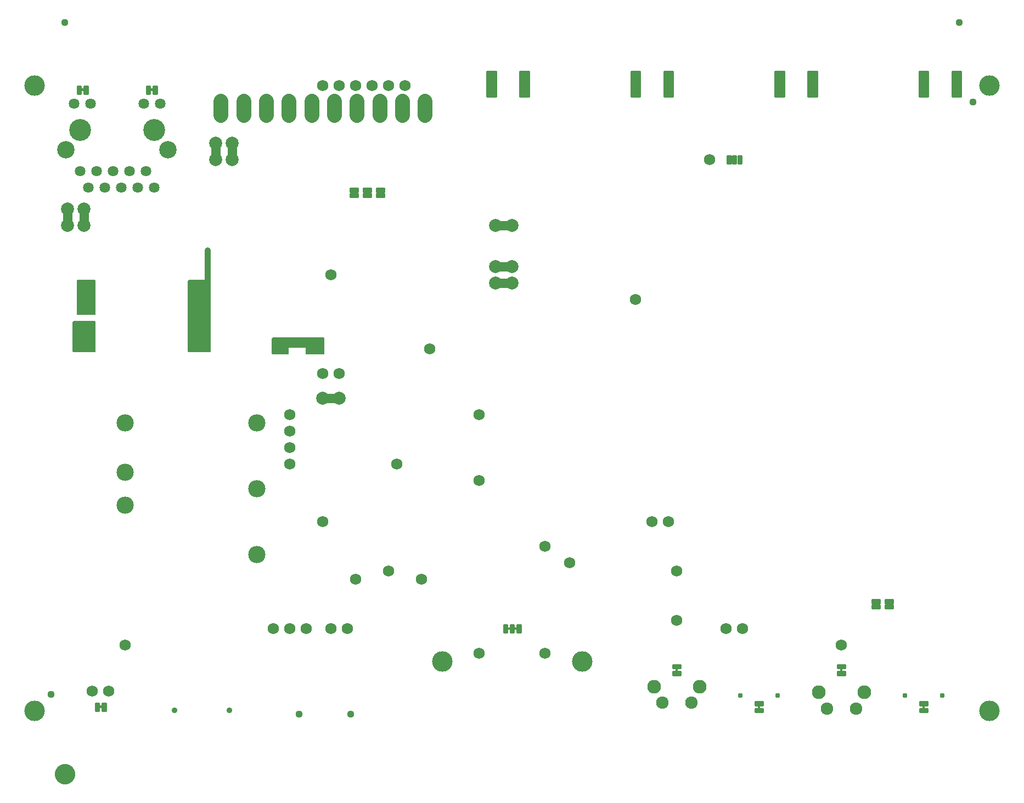
<source format=gbs>
G04 EAGLE Gerber RS-274X export*
G75*
%MOMM*%
%FSLAX34Y34*%
%LPD*%
%INSoldermask Bottom*%
%IPPOS*%
%AMOC8*
5,1,8,0,0,1.08239X$1,22.5*%
G01*
%ADD10C,0.965200*%
%ADD11C,1.127000*%
%ADD12C,3.175000*%
%ADD13C,0.777000*%
%ADD14C,0.228344*%
%ADD15C,1.727000*%
%ADD16C,0.227778*%
%ADD17C,3.377000*%
%ADD18C,2.677000*%
%ADD19C,1.627000*%
%ADD20C,0.228600*%
%ADD21C,2.006600*%
%ADD22C,1.927000*%
%ADD23C,2.127000*%
%ADD24C,2.327000*%
%ADD25C,0.877000*%
%ADD26C,2.667000*%
%ADD27C,1.270000*%

G36*
X292793Y579383D02*
X292793Y579383D01*
X292851Y579381D01*
X292933Y579403D01*
X293017Y579415D01*
X293070Y579439D01*
X293126Y579453D01*
X293199Y579496D01*
X293276Y579531D01*
X293321Y579569D01*
X293371Y579599D01*
X293429Y579660D01*
X293493Y579715D01*
X293525Y579763D01*
X293565Y579806D01*
X293604Y579881D01*
X293651Y579951D01*
X293668Y580007D01*
X293695Y580059D01*
X293706Y580127D01*
X293736Y580222D01*
X293739Y580322D01*
X293750Y580390D01*
X293750Y689610D01*
X293742Y689668D01*
X293744Y689726D01*
X293722Y689808D01*
X293710Y689892D01*
X293687Y689945D01*
X293672Y690001D01*
X293629Y690074D01*
X293594Y690151D01*
X293556Y690196D01*
X293527Y690246D01*
X293465Y690304D01*
X293411Y690368D01*
X293362Y690400D01*
X293319Y690440D01*
X293244Y690479D01*
X293174Y690526D01*
X293118Y690543D01*
X293066Y690570D01*
X292998Y690581D01*
X292903Y690611D01*
X292803Y690614D01*
X292735Y690625D01*
X259715Y690625D01*
X259657Y690617D01*
X259599Y690619D01*
X259517Y690597D01*
X259434Y690585D01*
X259380Y690562D01*
X259324Y690547D01*
X259251Y690504D01*
X259174Y690469D01*
X259129Y690431D01*
X259079Y690402D01*
X259021Y690340D01*
X258957Y690286D01*
X258925Y690237D01*
X258885Y690194D01*
X258846Y690119D01*
X258800Y690049D01*
X258782Y689993D01*
X258755Y689941D01*
X258744Y689873D01*
X258714Y689778D01*
X258711Y689678D01*
X258700Y689610D01*
X258700Y580390D01*
X258708Y580332D01*
X258706Y580274D01*
X258728Y580192D01*
X258740Y580109D01*
X258764Y580055D01*
X258778Y579999D01*
X258821Y579926D01*
X258856Y579849D01*
X258894Y579804D01*
X258924Y579754D01*
X258985Y579696D01*
X259040Y579632D01*
X259088Y579600D01*
X259131Y579560D01*
X259206Y579521D01*
X259276Y579475D01*
X259332Y579457D01*
X259384Y579430D01*
X259452Y579419D01*
X259547Y579389D01*
X259647Y579386D01*
X259715Y579375D01*
X292735Y579375D01*
X292793Y579383D01*
G37*
G36*
X413443Y575573D02*
X413443Y575573D01*
X413501Y575571D01*
X413583Y575593D01*
X413667Y575605D01*
X413720Y575629D01*
X413776Y575643D01*
X413849Y575686D01*
X413926Y575721D01*
X413971Y575759D01*
X414021Y575789D01*
X414079Y575850D01*
X414143Y575905D01*
X414175Y575953D01*
X414215Y575996D01*
X414254Y576071D01*
X414301Y576141D01*
X414318Y576197D01*
X414345Y576249D01*
X414356Y576317D01*
X414386Y576412D01*
X414389Y576512D01*
X414400Y576580D01*
X414400Y585725D01*
X440310Y585725D01*
X440310Y576580D01*
X440318Y576522D01*
X440316Y576464D01*
X440338Y576382D01*
X440350Y576299D01*
X440374Y576245D01*
X440388Y576189D01*
X440431Y576116D01*
X440466Y576039D01*
X440504Y575994D01*
X440534Y575944D01*
X440595Y575886D01*
X440650Y575822D01*
X440698Y575790D01*
X440741Y575750D01*
X440816Y575711D01*
X440886Y575665D01*
X440942Y575647D01*
X440994Y575620D01*
X441062Y575609D01*
X441157Y575579D01*
X441257Y575576D01*
X441325Y575565D01*
X467995Y575565D01*
X468053Y575573D01*
X468111Y575571D01*
X468193Y575593D01*
X468277Y575605D01*
X468330Y575629D01*
X468386Y575643D01*
X468459Y575686D01*
X468536Y575721D01*
X468581Y575759D01*
X468631Y575789D01*
X468689Y575850D01*
X468753Y575905D01*
X468785Y575953D01*
X468825Y575996D01*
X468864Y576071D01*
X468911Y576141D01*
X468928Y576197D01*
X468955Y576249D01*
X468966Y576317D01*
X468996Y576412D01*
X468999Y576512D01*
X469010Y576580D01*
X469010Y600710D01*
X469002Y600768D01*
X469004Y600826D01*
X468982Y600908D01*
X468970Y600992D01*
X468947Y601045D01*
X468932Y601101D01*
X468889Y601174D01*
X468854Y601251D01*
X468816Y601296D01*
X468787Y601346D01*
X468725Y601404D01*
X468671Y601468D01*
X468622Y601500D01*
X468579Y601540D01*
X468504Y601579D01*
X468434Y601626D01*
X468378Y601643D01*
X468326Y601670D01*
X468258Y601681D01*
X468163Y601711D01*
X468063Y601714D01*
X467995Y601725D01*
X389255Y601725D01*
X389197Y601717D01*
X389139Y601719D01*
X389057Y601697D01*
X388974Y601685D01*
X388920Y601662D01*
X388864Y601647D01*
X388791Y601604D01*
X388714Y601569D01*
X388669Y601531D01*
X388619Y601502D01*
X388561Y601440D01*
X388497Y601386D01*
X388465Y601337D01*
X388425Y601294D01*
X388386Y601219D01*
X388340Y601149D01*
X388322Y601093D01*
X388295Y601041D01*
X388284Y600973D01*
X388254Y600878D01*
X388251Y600778D01*
X388240Y600710D01*
X388240Y576580D01*
X388248Y576522D01*
X388246Y576464D01*
X388268Y576382D01*
X388280Y576299D01*
X388304Y576245D01*
X388318Y576189D01*
X388361Y576116D01*
X388396Y576039D01*
X388434Y575994D01*
X388464Y575944D01*
X388525Y575886D01*
X388580Y575822D01*
X388628Y575790D01*
X388671Y575750D01*
X388746Y575711D01*
X388816Y575665D01*
X388872Y575647D01*
X388924Y575620D01*
X388992Y575609D01*
X389087Y575579D01*
X389187Y575576D01*
X389255Y575565D01*
X413385Y575565D01*
X413443Y575573D01*
G37*
G36*
X114993Y579383D02*
X114993Y579383D01*
X115051Y579381D01*
X115133Y579403D01*
X115217Y579415D01*
X115270Y579439D01*
X115326Y579453D01*
X115399Y579496D01*
X115476Y579531D01*
X115521Y579569D01*
X115571Y579599D01*
X115629Y579660D01*
X115693Y579715D01*
X115725Y579763D01*
X115765Y579806D01*
X115804Y579881D01*
X115851Y579951D01*
X115868Y580007D01*
X115895Y580059D01*
X115906Y580127D01*
X115936Y580222D01*
X115939Y580322D01*
X115950Y580390D01*
X115950Y626110D01*
X115943Y626163D01*
X115944Y626193D01*
X115943Y626196D01*
X115944Y626226D01*
X115922Y626308D01*
X115910Y626392D01*
X115887Y626445D01*
X115872Y626501D01*
X115829Y626574D01*
X115794Y626651D01*
X115756Y626696D01*
X115727Y626746D01*
X115665Y626804D01*
X115611Y626868D01*
X115562Y626900D01*
X115519Y626940D01*
X115444Y626979D01*
X115374Y627026D01*
X115318Y627043D01*
X115266Y627070D01*
X115198Y627081D01*
X115103Y627111D01*
X115003Y627114D01*
X114935Y627125D01*
X81915Y627125D01*
X81857Y627117D01*
X81799Y627119D01*
X81717Y627097D01*
X81634Y627085D01*
X81580Y627062D01*
X81524Y627047D01*
X81451Y627004D01*
X81374Y626969D01*
X81329Y626931D01*
X81279Y626902D01*
X81221Y626840D01*
X81157Y626786D01*
X81125Y626737D01*
X81085Y626694D01*
X81046Y626619D01*
X81000Y626549D01*
X80982Y626493D01*
X80955Y626441D01*
X80944Y626373D01*
X80914Y626278D01*
X80911Y626178D01*
X80900Y626110D01*
X80900Y580390D01*
X80908Y580332D01*
X80906Y580274D01*
X80928Y580192D01*
X80940Y580109D01*
X80964Y580055D01*
X80978Y579999D01*
X81021Y579926D01*
X81056Y579849D01*
X81094Y579804D01*
X81124Y579754D01*
X81185Y579696D01*
X81240Y579632D01*
X81288Y579600D01*
X81331Y579560D01*
X81406Y579521D01*
X81476Y579475D01*
X81532Y579457D01*
X81584Y579430D01*
X81652Y579419D01*
X81747Y579389D01*
X81847Y579386D01*
X81915Y579375D01*
X114935Y579375D01*
X114993Y579383D01*
G37*
G36*
X114993Y636533D02*
X114993Y636533D01*
X115051Y636531D01*
X115133Y636553D01*
X115217Y636565D01*
X115270Y636589D01*
X115326Y636603D01*
X115399Y636646D01*
X115476Y636681D01*
X115521Y636719D01*
X115571Y636749D01*
X115629Y636810D01*
X115693Y636865D01*
X115725Y636913D01*
X115765Y636956D01*
X115804Y637031D01*
X115851Y637101D01*
X115868Y637157D01*
X115895Y637209D01*
X115906Y637277D01*
X115936Y637372D01*
X115939Y637472D01*
X115950Y637540D01*
X115950Y689610D01*
X115942Y689668D01*
X115944Y689726D01*
X115922Y689808D01*
X115910Y689892D01*
X115887Y689945D01*
X115872Y690001D01*
X115829Y690074D01*
X115794Y690151D01*
X115756Y690196D01*
X115727Y690246D01*
X115665Y690304D01*
X115611Y690368D01*
X115562Y690400D01*
X115519Y690440D01*
X115444Y690479D01*
X115374Y690526D01*
X115318Y690543D01*
X115266Y690570D01*
X115198Y690581D01*
X115103Y690611D01*
X115003Y690614D01*
X114935Y690625D01*
X88265Y690625D01*
X88207Y690617D01*
X88149Y690619D01*
X88067Y690597D01*
X87984Y690585D01*
X87930Y690562D01*
X87874Y690547D01*
X87801Y690504D01*
X87724Y690469D01*
X87679Y690431D01*
X87629Y690402D01*
X87571Y690340D01*
X87507Y690286D01*
X87475Y690237D01*
X87435Y690194D01*
X87396Y690119D01*
X87350Y690049D01*
X87332Y689993D01*
X87305Y689941D01*
X87294Y689873D01*
X87264Y689778D01*
X87261Y689678D01*
X87250Y689610D01*
X87250Y637540D01*
X87258Y637482D01*
X87256Y637424D01*
X87278Y637342D01*
X87290Y637259D01*
X87314Y637205D01*
X87328Y637149D01*
X87371Y637076D01*
X87406Y636999D01*
X87444Y636954D01*
X87474Y636904D01*
X87535Y636846D01*
X87590Y636782D01*
X87638Y636750D01*
X87681Y636710D01*
X87756Y636671D01*
X87826Y636625D01*
X87882Y636607D01*
X87934Y636580D01*
X88002Y636569D01*
X88097Y636539D01*
X88197Y636536D01*
X88265Y636525D01*
X114935Y636525D01*
X114993Y636533D01*
G37*
G36*
X333694Y886472D02*
X333694Y886472D01*
X333760Y886474D01*
X333803Y886492D01*
X333850Y886500D01*
X333907Y886534D01*
X333967Y886559D01*
X334002Y886590D01*
X334043Y886615D01*
X334085Y886666D01*
X334133Y886710D01*
X334155Y886752D01*
X334184Y886789D01*
X334205Y886851D01*
X334236Y886910D01*
X334244Y886964D01*
X334256Y887001D01*
X334255Y887041D01*
X334263Y887095D01*
X334263Y890905D01*
X334252Y890970D01*
X334250Y891036D01*
X334232Y891079D01*
X334224Y891126D01*
X334190Y891183D01*
X334165Y891243D01*
X334134Y891278D01*
X334109Y891319D01*
X334058Y891361D01*
X334014Y891409D01*
X333972Y891431D01*
X333935Y891460D01*
X333873Y891481D01*
X333814Y891512D01*
X333760Y891520D01*
X333723Y891532D01*
X333683Y891531D01*
X333629Y891539D01*
X320421Y891539D01*
X320356Y891528D01*
X320290Y891526D01*
X320247Y891508D01*
X320200Y891500D01*
X320143Y891466D01*
X320083Y891441D01*
X320048Y891410D01*
X320007Y891385D01*
X319966Y891334D01*
X319917Y891290D01*
X319895Y891248D01*
X319866Y891211D01*
X319845Y891149D01*
X319814Y891090D01*
X319806Y891036D01*
X319794Y890999D01*
X319794Y890995D01*
X319794Y890994D01*
X319795Y890959D01*
X319787Y890905D01*
X319787Y887095D01*
X319798Y887030D01*
X319800Y886964D01*
X319818Y886921D01*
X319826Y886874D01*
X319860Y886817D01*
X319885Y886757D01*
X319916Y886722D01*
X319941Y886681D01*
X319992Y886640D01*
X320036Y886591D01*
X320078Y886569D01*
X320115Y886540D01*
X320177Y886519D01*
X320236Y886488D01*
X320290Y886480D01*
X320327Y886468D01*
X320367Y886469D01*
X320421Y886461D01*
X333629Y886461D01*
X333694Y886472D01*
G37*
G36*
X308294Y886472D02*
X308294Y886472D01*
X308360Y886474D01*
X308403Y886492D01*
X308450Y886500D01*
X308507Y886534D01*
X308567Y886559D01*
X308602Y886590D01*
X308643Y886615D01*
X308685Y886666D01*
X308733Y886710D01*
X308755Y886752D01*
X308784Y886789D01*
X308805Y886851D01*
X308836Y886910D01*
X308844Y886964D01*
X308856Y887001D01*
X308855Y887041D01*
X308863Y887095D01*
X308863Y890905D01*
X308852Y890970D01*
X308850Y891036D01*
X308832Y891079D01*
X308824Y891126D01*
X308790Y891183D01*
X308765Y891243D01*
X308734Y891278D01*
X308709Y891319D01*
X308658Y891361D01*
X308614Y891409D01*
X308572Y891431D01*
X308535Y891460D01*
X308473Y891481D01*
X308414Y891512D01*
X308360Y891520D01*
X308323Y891532D01*
X308283Y891531D01*
X308229Y891539D01*
X295021Y891539D01*
X294956Y891528D01*
X294890Y891526D01*
X294847Y891508D01*
X294800Y891500D01*
X294743Y891466D01*
X294683Y891441D01*
X294648Y891410D01*
X294607Y891385D01*
X294566Y891334D01*
X294517Y891290D01*
X294495Y891248D01*
X294466Y891211D01*
X294445Y891149D01*
X294414Y891090D01*
X294406Y891036D01*
X294394Y890999D01*
X294394Y890995D01*
X294394Y890994D01*
X294395Y890959D01*
X294387Y890905D01*
X294387Y887095D01*
X294398Y887030D01*
X294400Y886964D01*
X294418Y886921D01*
X294426Y886874D01*
X294460Y886817D01*
X294485Y886757D01*
X294516Y886722D01*
X294541Y886681D01*
X294592Y886640D01*
X294636Y886591D01*
X294678Y886569D01*
X294715Y886540D01*
X294777Y886519D01*
X294836Y886488D01*
X294890Y886480D01*
X294927Y886468D01*
X294967Y886469D01*
X295021Y886461D01*
X308229Y886461D01*
X308294Y886472D01*
G37*
G36*
X105094Y784872D02*
X105094Y784872D01*
X105160Y784874D01*
X105203Y784892D01*
X105250Y784900D01*
X105307Y784934D01*
X105367Y784959D01*
X105402Y784990D01*
X105443Y785015D01*
X105485Y785066D01*
X105533Y785110D01*
X105555Y785152D01*
X105584Y785189D01*
X105605Y785251D01*
X105636Y785310D01*
X105644Y785364D01*
X105656Y785401D01*
X105655Y785441D01*
X105663Y785495D01*
X105663Y789305D01*
X105652Y789370D01*
X105650Y789436D01*
X105632Y789479D01*
X105624Y789526D01*
X105590Y789583D01*
X105565Y789643D01*
X105534Y789678D01*
X105509Y789719D01*
X105458Y789761D01*
X105414Y789809D01*
X105372Y789831D01*
X105335Y789860D01*
X105273Y789881D01*
X105214Y789912D01*
X105160Y789920D01*
X105123Y789932D01*
X105083Y789931D01*
X105029Y789939D01*
X91821Y789939D01*
X91756Y789928D01*
X91690Y789926D01*
X91647Y789908D01*
X91600Y789900D01*
X91543Y789866D01*
X91483Y789841D01*
X91448Y789810D01*
X91407Y789785D01*
X91366Y789734D01*
X91317Y789690D01*
X91295Y789648D01*
X91266Y789611D01*
X91245Y789549D01*
X91214Y789490D01*
X91206Y789436D01*
X91194Y789399D01*
X91194Y789395D01*
X91194Y789394D01*
X91195Y789359D01*
X91187Y789305D01*
X91187Y785495D01*
X91198Y785430D01*
X91200Y785364D01*
X91218Y785321D01*
X91226Y785274D01*
X91260Y785217D01*
X91285Y785157D01*
X91316Y785122D01*
X91341Y785081D01*
X91392Y785040D01*
X91436Y784991D01*
X91478Y784969D01*
X91515Y784940D01*
X91577Y784919D01*
X91636Y784888D01*
X91690Y784880D01*
X91727Y784868D01*
X91767Y784869D01*
X91821Y784861D01*
X105029Y784861D01*
X105094Y784872D01*
G37*
G36*
X79694Y784872D02*
X79694Y784872D01*
X79760Y784874D01*
X79803Y784892D01*
X79850Y784900D01*
X79907Y784934D01*
X79967Y784959D01*
X80002Y784990D01*
X80043Y785015D01*
X80085Y785066D01*
X80133Y785110D01*
X80155Y785152D01*
X80184Y785189D01*
X80205Y785251D01*
X80236Y785310D01*
X80244Y785364D01*
X80256Y785401D01*
X80255Y785441D01*
X80263Y785495D01*
X80263Y789305D01*
X80252Y789370D01*
X80250Y789436D01*
X80232Y789479D01*
X80224Y789526D01*
X80190Y789583D01*
X80165Y789643D01*
X80134Y789678D01*
X80109Y789719D01*
X80058Y789761D01*
X80014Y789809D01*
X79972Y789831D01*
X79935Y789860D01*
X79873Y789881D01*
X79814Y789912D01*
X79760Y789920D01*
X79723Y789932D01*
X79683Y789931D01*
X79629Y789939D01*
X66421Y789939D01*
X66356Y789928D01*
X66290Y789926D01*
X66247Y789908D01*
X66200Y789900D01*
X66143Y789866D01*
X66083Y789841D01*
X66048Y789810D01*
X66007Y789785D01*
X65966Y789734D01*
X65917Y789690D01*
X65895Y789648D01*
X65866Y789611D01*
X65845Y789549D01*
X65814Y789490D01*
X65806Y789436D01*
X65794Y789399D01*
X65794Y789395D01*
X65794Y789394D01*
X65795Y789359D01*
X65787Y789305D01*
X65787Y785495D01*
X65798Y785430D01*
X65800Y785364D01*
X65818Y785321D01*
X65826Y785274D01*
X65860Y785217D01*
X65885Y785157D01*
X65916Y785122D01*
X65941Y785081D01*
X65992Y785040D01*
X66036Y784991D01*
X66078Y784969D01*
X66115Y784940D01*
X66177Y784919D01*
X66236Y784888D01*
X66290Y784880D01*
X66327Y784868D01*
X66367Y784869D01*
X66421Y784861D01*
X79629Y784861D01*
X79694Y784872D01*
G37*
G36*
X748095Y767473D02*
X748095Y767473D01*
X748161Y767475D01*
X748204Y767493D01*
X748251Y767501D01*
X748308Y767535D01*
X748368Y767560D01*
X748403Y767591D01*
X748444Y767616D01*
X748486Y767667D01*
X748534Y767711D01*
X748556Y767753D01*
X748585Y767790D01*
X748606Y767852D01*
X748637Y767911D01*
X748645Y767965D01*
X748657Y768002D01*
X748656Y768042D01*
X748664Y768096D01*
X748664Y781304D01*
X748653Y781369D01*
X748651Y781435D01*
X748633Y781478D01*
X748625Y781525D01*
X748591Y781582D01*
X748566Y781642D01*
X748535Y781677D01*
X748510Y781718D01*
X748459Y781760D01*
X748415Y781808D01*
X748373Y781830D01*
X748336Y781859D01*
X748274Y781880D01*
X748215Y781911D01*
X748161Y781919D01*
X748124Y781931D01*
X748084Y781930D01*
X748030Y781938D01*
X744220Y781938D01*
X744155Y781927D01*
X744089Y781925D01*
X744046Y781907D01*
X743999Y781899D01*
X743942Y781865D01*
X743882Y781840D01*
X743847Y781809D01*
X743806Y781784D01*
X743765Y781733D01*
X743716Y781689D01*
X743694Y781647D01*
X743665Y781610D01*
X743644Y781548D01*
X743613Y781489D01*
X743605Y781435D01*
X743593Y781398D01*
X743594Y781358D01*
X743586Y781304D01*
X743586Y768096D01*
X743597Y768031D01*
X743599Y767965D01*
X743617Y767922D01*
X743625Y767875D01*
X743659Y767818D01*
X743684Y767758D01*
X743715Y767723D01*
X743740Y767682D01*
X743791Y767641D01*
X743835Y767592D01*
X743877Y767570D01*
X743914Y767541D01*
X743976Y767520D01*
X744035Y767489D01*
X744089Y767481D01*
X744126Y767469D01*
X744166Y767470D01*
X744220Y767462D01*
X748030Y767462D01*
X748095Y767473D01*
G37*
G36*
X748095Y703973D02*
X748095Y703973D01*
X748161Y703975D01*
X748204Y703993D01*
X748251Y704001D01*
X748308Y704035D01*
X748368Y704060D01*
X748403Y704091D01*
X748444Y704116D01*
X748486Y704167D01*
X748534Y704211D01*
X748556Y704253D01*
X748585Y704290D01*
X748606Y704352D01*
X748637Y704411D01*
X748645Y704465D01*
X748657Y704502D01*
X748656Y704542D01*
X748664Y704596D01*
X748664Y717804D01*
X748653Y717869D01*
X748651Y717935D01*
X748633Y717978D01*
X748625Y718025D01*
X748591Y718082D01*
X748566Y718142D01*
X748535Y718177D01*
X748510Y718218D01*
X748459Y718260D01*
X748415Y718308D01*
X748373Y718330D01*
X748336Y718359D01*
X748274Y718380D01*
X748215Y718411D01*
X748161Y718419D01*
X748124Y718431D01*
X748084Y718430D01*
X748030Y718438D01*
X744220Y718438D01*
X744155Y718427D01*
X744089Y718425D01*
X744046Y718407D01*
X743999Y718399D01*
X743942Y718365D01*
X743882Y718340D01*
X743847Y718309D01*
X743806Y718284D01*
X743765Y718233D01*
X743716Y718189D01*
X743694Y718147D01*
X743665Y718110D01*
X743644Y718048D01*
X743613Y717989D01*
X743605Y717935D01*
X743593Y717898D01*
X743594Y717858D01*
X743586Y717804D01*
X743586Y704596D01*
X743597Y704531D01*
X743599Y704465D01*
X743617Y704422D01*
X743625Y704375D01*
X743659Y704318D01*
X743684Y704258D01*
X743715Y704223D01*
X743740Y704182D01*
X743791Y704141D01*
X743835Y704092D01*
X743877Y704070D01*
X743914Y704041D01*
X743976Y704020D01*
X744035Y703989D01*
X744089Y703981D01*
X744126Y703969D01*
X744166Y703970D01*
X744220Y703962D01*
X748030Y703962D01*
X748095Y703973D01*
G37*
G36*
X748095Y678573D02*
X748095Y678573D01*
X748161Y678575D01*
X748204Y678593D01*
X748251Y678601D01*
X748308Y678635D01*
X748368Y678660D01*
X748403Y678691D01*
X748444Y678716D01*
X748486Y678767D01*
X748534Y678811D01*
X748556Y678853D01*
X748585Y678890D01*
X748606Y678952D01*
X748637Y679011D01*
X748645Y679065D01*
X748657Y679102D01*
X748656Y679142D01*
X748664Y679196D01*
X748664Y692404D01*
X748653Y692469D01*
X748651Y692535D01*
X748633Y692578D01*
X748625Y692625D01*
X748591Y692682D01*
X748566Y692742D01*
X748535Y692777D01*
X748510Y692818D01*
X748459Y692860D01*
X748415Y692908D01*
X748373Y692930D01*
X748336Y692959D01*
X748274Y692980D01*
X748215Y693011D01*
X748161Y693019D01*
X748124Y693031D01*
X748084Y693030D01*
X748030Y693038D01*
X744220Y693038D01*
X744155Y693027D01*
X744089Y693025D01*
X744046Y693007D01*
X743999Y692999D01*
X743942Y692965D01*
X743882Y692940D01*
X743847Y692909D01*
X743806Y692884D01*
X743765Y692833D01*
X743716Y692789D01*
X743694Y692747D01*
X743665Y692710D01*
X743644Y692648D01*
X743613Y692589D01*
X743605Y692535D01*
X743593Y692498D01*
X743594Y692458D01*
X743586Y692404D01*
X743586Y679196D01*
X743597Y679131D01*
X743599Y679065D01*
X743617Y679022D01*
X743625Y678975D01*
X743659Y678918D01*
X743684Y678858D01*
X743715Y678823D01*
X743740Y678782D01*
X743791Y678741D01*
X743835Y678692D01*
X743877Y678670D01*
X743914Y678641D01*
X743976Y678620D01*
X744035Y678589D01*
X744089Y678581D01*
X744126Y678569D01*
X744166Y678570D01*
X744220Y678562D01*
X748030Y678562D01*
X748095Y678573D01*
G37*
G36*
X481395Y500773D02*
X481395Y500773D01*
X481461Y500775D01*
X481504Y500793D01*
X481551Y500801D01*
X481608Y500835D01*
X481668Y500860D01*
X481703Y500891D01*
X481744Y500916D01*
X481786Y500967D01*
X481834Y501011D01*
X481856Y501053D01*
X481885Y501090D01*
X481906Y501152D01*
X481937Y501211D01*
X481945Y501265D01*
X481957Y501302D01*
X481956Y501342D01*
X481964Y501396D01*
X481964Y514604D01*
X481953Y514669D01*
X481951Y514735D01*
X481933Y514778D01*
X481925Y514825D01*
X481891Y514882D01*
X481866Y514942D01*
X481835Y514977D01*
X481810Y515018D01*
X481759Y515060D01*
X481715Y515108D01*
X481673Y515130D01*
X481636Y515159D01*
X481574Y515180D01*
X481515Y515211D01*
X481461Y515219D01*
X481424Y515231D01*
X481384Y515230D01*
X481330Y515238D01*
X477520Y515238D01*
X477455Y515227D01*
X477389Y515225D01*
X477346Y515207D01*
X477299Y515199D01*
X477242Y515165D01*
X477182Y515140D01*
X477147Y515109D01*
X477106Y515084D01*
X477065Y515033D01*
X477016Y514989D01*
X476994Y514947D01*
X476965Y514910D01*
X476944Y514848D01*
X476913Y514789D01*
X476905Y514735D01*
X476893Y514698D01*
X476894Y514658D01*
X476886Y514604D01*
X476886Y501396D01*
X476897Y501331D01*
X476899Y501265D01*
X476917Y501222D01*
X476925Y501175D01*
X476959Y501118D01*
X476984Y501058D01*
X477015Y501023D01*
X477040Y500982D01*
X477091Y500941D01*
X477135Y500892D01*
X477177Y500870D01*
X477214Y500841D01*
X477276Y500820D01*
X477335Y500789D01*
X477389Y500781D01*
X477426Y500769D01*
X477466Y500770D01*
X477520Y500762D01*
X481330Y500762D01*
X481395Y500773D01*
G37*
G36*
X1268160Y86372D02*
X1268160Y86372D01*
X1268226Y86374D01*
X1268269Y86392D01*
X1268316Y86400D01*
X1268373Y86434D01*
X1268433Y86459D01*
X1268468Y86490D01*
X1268509Y86515D01*
X1268551Y86566D01*
X1268599Y86610D01*
X1268621Y86652D01*
X1268650Y86689D01*
X1268671Y86751D01*
X1268702Y86810D01*
X1268710Y86864D01*
X1268722Y86901D01*
X1268721Y86941D01*
X1268729Y86995D01*
X1268729Y90805D01*
X1268718Y90870D01*
X1268716Y90936D01*
X1268698Y90979D01*
X1268690Y91026D01*
X1268656Y91083D01*
X1268631Y91143D01*
X1268600Y91178D01*
X1268575Y91219D01*
X1268524Y91261D01*
X1268480Y91309D01*
X1268438Y91331D01*
X1268401Y91360D01*
X1268339Y91381D01*
X1268280Y91412D01*
X1268226Y91420D01*
X1268189Y91432D01*
X1268149Y91431D01*
X1268095Y91439D01*
X1265555Y91439D01*
X1265490Y91428D01*
X1265424Y91426D01*
X1265381Y91408D01*
X1265334Y91400D01*
X1265277Y91366D01*
X1265217Y91341D01*
X1265182Y91310D01*
X1265141Y91285D01*
X1265100Y91234D01*
X1265051Y91190D01*
X1265029Y91148D01*
X1265000Y91111D01*
X1264979Y91049D01*
X1264948Y90990D01*
X1264940Y90936D01*
X1264928Y90899D01*
X1264928Y90895D01*
X1264928Y90894D01*
X1264929Y90859D01*
X1264921Y90805D01*
X1264921Y86995D01*
X1264932Y86930D01*
X1264934Y86864D01*
X1264952Y86821D01*
X1264960Y86774D01*
X1264994Y86717D01*
X1265019Y86657D01*
X1265050Y86622D01*
X1265075Y86581D01*
X1265126Y86540D01*
X1265170Y86491D01*
X1265212Y86469D01*
X1265249Y86440D01*
X1265311Y86419D01*
X1265370Y86388D01*
X1265424Y86380D01*
X1265461Y86368D01*
X1265501Y86369D01*
X1265555Y86361D01*
X1268095Y86361D01*
X1268160Y86372D01*
G37*
G36*
X1014160Y86372D02*
X1014160Y86372D01*
X1014226Y86374D01*
X1014269Y86392D01*
X1014316Y86400D01*
X1014373Y86434D01*
X1014433Y86459D01*
X1014468Y86490D01*
X1014509Y86515D01*
X1014551Y86566D01*
X1014599Y86610D01*
X1014621Y86652D01*
X1014650Y86689D01*
X1014671Y86751D01*
X1014702Y86810D01*
X1014710Y86864D01*
X1014722Y86901D01*
X1014721Y86941D01*
X1014729Y86995D01*
X1014729Y90805D01*
X1014718Y90870D01*
X1014716Y90936D01*
X1014698Y90979D01*
X1014690Y91026D01*
X1014656Y91083D01*
X1014631Y91143D01*
X1014600Y91178D01*
X1014575Y91219D01*
X1014524Y91261D01*
X1014480Y91309D01*
X1014438Y91331D01*
X1014401Y91360D01*
X1014339Y91381D01*
X1014280Y91412D01*
X1014226Y91420D01*
X1014189Y91432D01*
X1014149Y91431D01*
X1014095Y91439D01*
X1011555Y91439D01*
X1011490Y91428D01*
X1011424Y91426D01*
X1011381Y91408D01*
X1011334Y91400D01*
X1011277Y91366D01*
X1011217Y91341D01*
X1011182Y91310D01*
X1011141Y91285D01*
X1011100Y91234D01*
X1011051Y91190D01*
X1011029Y91148D01*
X1011000Y91111D01*
X1010979Y91049D01*
X1010948Y90990D01*
X1010940Y90936D01*
X1010928Y90899D01*
X1010928Y90895D01*
X1010928Y90894D01*
X1010929Y90859D01*
X1010921Y90805D01*
X1010921Y86995D01*
X1010932Y86930D01*
X1010934Y86864D01*
X1010952Y86821D01*
X1010960Y86774D01*
X1010994Y86717D01*
X1011019Y86657D01*
X1011050Y86622D01*
X1011075Y86581D01*
X1011126Y86540D01*
X1011170Y86491D01*
X1011212Y86469D01*
X1011249Y86440D01*
X1011311Y86419D01*
X1011370Y86388D01*
X1011424Y86380D01*
X1011461Y86368D01*
X1011501Y86369D01*
X1011555Y86361D01*
X1014095Y86361D01*
X1014160Y86372D01*
G37*
G36*
X1395160Y29222D02*
X1395160Y29222D01*
X1395226Y29224D01*
X1395269Y29242D01*
X1395316Y29250D01*
X1395373Y29284D01*
X1395433Y29309D01*
X1395468Y29340D01*
X1395509Y29365D01*
X1395551Y29416D01*
X1395599Y29460D01*
X1395621Y29502D01*
X1395650Y29539D01*
X1395671Y29601D01*
X1395702Y29660D01*
X1395710Y29714D01*
X1395722Y29751D01*
X1395721Y29791D01*
X1395729Y29845D01*
X1395729Y33655D01*
X1395718Y33720D01*
X1395716Y33786D01*
X1395698Y33829D01*
X1395690Y33876D01*
X1395656Y33933D01*
X1395631Y33993D01*
X1395600Y34028D01*
X1395575Y34069D01*
X1395524Y34111D01*
X1395480Y34159D01*
X1395438Y34181D01*
X1395401Y34210D01*
X1395339Y34231D01*
X1395280Y34262D01*
X1395226Y34270D01*
X1395189Y34282D01*
X1395149Y34281D01*
X1395095Y34289D01*
X1392555Y34289D01*
X1392490Y34278D01*
X1392424Y34276D01*
X1392381Y34258D01*
X1392334Y34250D01*
X1392277Y34216D01*
X1392217Y34191D01*
X1392182Y34160D01*
X1392141Y34135D01*
X1392100Y34084D01*
X1392051Y34040D01*
X1392029Y33998D01*
X1392000Y33961D01*
X1391979Y33899D01*
X1391948Y33840D01*
X1391940Y33786D01*
X1391928Y33749D01*
X1391928Y33745D01*
X1391928Y33744D01*
X1391929Y33709D01*
X1391921Y33655D01*
X1391921Y29845D01*
X1391932Y29780D01*
X1391934Y29714D01*
X1391952Y29671D01*
X1391960Y29624D01*
X1391994Y29567D01*
X1392019Y29507D01*
X1392050Y29472D01*
X1392075Y29431D01*
X1392126Y29390D01*
X1392170Y29341D01*
X1392212Y29319D01*
X1392249Y29290D01*
X1392311Y29269D01*
X1392370Y29238D01*
X1392424Y29230D01*
X1392461Y29218D01*
X1392501Y29219D01*
X1392555Y29211D01*
X1395095Y29211D01*
X1395160Y29222D01*
G37*
G36*
X1141160Y29222D02*
X1141160Y29222D01*
X1141226Y29224D01*
X1141269Y29242D01*
X1141316Y29250D01*
X1141373Y29284D01*
X1141433Y29309D01*
X1141468Y29340D01*
X1141509Y29365D01*
X1141551Y29416D01*
X1141599Y29460D01*
X1141621Y29502D01*
X1141650Y29539D01*
X1141671Y29601D01*
X1141702Y29660D01*
X1141710Y29714D01*
X1141722Y29751D01*
X1141721Y29791D01*
X1141729Y29845D01*
X1141729Y33655D01*
X1141718Y33720D01*
X1141716Y33786D01*
X1141698Y33829D01*
X1141690Y33876D01*
X1141656Y33933D01*
X1141631Y33993D01*
X1141600Y34028D01*
X1141575Y34069D01*
X1141524Y34111D01*
X1141480Y34159D01*
X1141438Y34181D01*
X1141401Y34210D01*
X1141339Y34231D01*
X1141280Y34262D01*
X1141226Y34270D01*
X1141189Y34282D01*
X1141149Y34281D01*
X1141095Y34289D01*
X1138555Y34289D01*
X1138490Y34278D01*
X1138424Y34276D01*
X1138381Y34258D01*
X1138334Y34250D01*
X1138277Y34216D01*
X1138217Y34191D01*
X1138182Y34160D01*
X1138141Y34135D01*
X1138100Y34084D01*
X1138051Y34040D01*
X1138029Y33998D01*
X1138000Y33961D01*
X1137979Y33899D01*
X1137948Y33840D01*
X1137940Y33786D01*
X1137928Y33749D01*
X1137928Y33745D01*
X1137928Y33744D01*
X1137929Y33709D01*
X1137921Y33655D01*
X1137921Y29845D01*
X1137932Y29780D01*
X1137934Y29714D01*
X1137952Y29671D01*
X1137960Y29624D01*
X1137994Y29567D01*
X1138019Y29507D01*
X1138050Y29472D01*
X1138075Y29431D01*
X1138126Y29390D01*
X1138170Y29341D01*
X1138212Y29319D01*
X1138249Y29290D01*
X1138311Y29269D01*
X1138370Y29238D01*
X1138424Y29230D01*
X1138461Y29218D01*
X1138501Y29219D01*
X1138555Y29211D01*
X1141095Y29211D01*
X1141160Y29222D01*
G37*
G36*
X97855Y982357D02*
X97855Y982357D01*
X97921Y982359D01*
X97964Y982377D01*
X98011Y982385D01*
X98068Y982419D01*
X98128Y982444D01*
X98163Y982475D01*
X98204Y982500D01*
X98246Y982551D01*
X98294Y982595D01*
X98316Y982637D01*
X98345Y982674D01*
X98366Y982736D01*
X98397Y982795D01*
X98405Y982849D01*
X98417Y982886D01*
X98416Y982926D01*
X98424Y982980D01*
X98424Y985520D01*
X98413Y985585D01*
X98411Y985651D01*
X98393Y985694D01*
X98385Y985741D01*
X98351Y985798D01*
X98326Y985858D01*
X98295Y985893D01*
X98270Y985934D01*
X98219Y985976D01*
X98175Y986024D01*
X98133Y986046D01*
X98096Y986075D01*
X98034Y986096D01*
X97975Y986127D01*
X97921Y986135D01*
X97884Y986147D01*
X97844Y986146D01*
X97790Y986154D01*
X93980Y986154D01*
X93915Y986143D01*
X93849Y986141D01*
X93806Y986123D01*
X93759Y986115D01*
X93702Y986081D01*
X93642Y986056D01*
X93607Y986025D01*
X93566Y986000D01*
X93525Y985949D01*
X93476Y985905D01*
X93454Y985863D01*
X93425Y985826D01*
X93404Y985764D01*
X93373Y985705D01*
X93365Y985651D01*
X93353Y985614D01*
X93353Y985611D01*
X93354Y985574D01*
X93346Y985520D01*
X93346Y982980D01*
X93357Y982915D01*
X93359Y982849D01*
X93377Y982806D01*
X93385Y982759D01*
X93419Y982702D01*
X93444Y982642D01*
X93475Y982607D01*
X93500Y982566D01*
X93551Y982525D01*
X93595Y982476D01*
X93637Y982454D01*
X93674Y982425D01*
X93736Y982404D01*
X93795Y982373D01*
X93849Y982365D01*
X93886Y982353D01*
X93926Y982354D01*
X93980Y982346D01*
X97790Y982346D01*
X97855Y982357D01*
G37*
G36*
X204535Y982357D02*
X204535Y982357D01*
X204601Y982359D01*
X204644Y982377D01*
X204691Y982385D01*
X204748Y982419D01*
X204808Y982444D01*
X204843Y982475D01*
X204884Y982500D01*
X204926Y982551D01*
X204974Y982595D01*
X204996Y982637D01*
X205025Y982674D01*
X205046Y982736D01*
X205077Y982795D01*
X205085Y982849D01*
X205097Y982886D01*
X205096Y982926D01*
X205104Y982980D01*
X205104Y985520D01*
X205093Y985585D01*
X205091Y985651D01*
X205073Y985694D01*
X205065Y985741D01*
X205031Y985798D01*
X205006Y985858D01*
X204975Y985893D01*
X204950Y985934D01*
X204899Y985976D01*
X204855Y986024D01*
X204813Y986046D01*
X204776Y986075D01*
X204714Y986096D01*
X204655Y986127D01*
X204601Y986135D01*
X204564Y986147D01*
X204524Y986146D01*
X204470Y986154D01*
X200660Y986154D01*
X200595Y986143D01*
X200529Y986141D01*
X200486Y986123D01*
X200439Y986115D01*
X200382Y986081D01*
X200322Y986056D01*
X200287Y986025D01*
X200246Y986000D01*
X200205Y985949D01*
X200156Y985905D01*
X200134Y985863D01*
X200105Y985826D01*
X200084Y985764D01*
X200053Y985705D01*
X200045Y985651D01*
X200033Y985614D01*
X200033Y985611D01*
X200034Y985574D01*
X200026Y985520D01*
X200026Y982980D01*
X200037Y982915D01*
X200039Y982849D01*
X200057Y982806D01*
X200065Y982759D01*
X200099Y982702D01*
X200124Y982642D01*
X200155Y982607D01*
X200180Y982566D01*
X200231Y982525D01*
X200275Y982476D01*
X200317Y982454D01*
X200354Y982425D01*
X200416Y982404D01*
X200475Y982373D01*
X200529Y982365D01*
X200566Y982353D01*
X200606Y982354D01*
X200660Y982346D01*
X204470Y982346D01*
X204535Y982357D01*
G37*
G36*
X765875Y150507D02*
X765875Y150507D01*
X765941Y150509D01*
X765984Y150527D01*
X766031Y150535D01*
X766088Y150569D01*
X766148Y150594D01*
X766183Y150625D01*
X766224Y150650D01*
X766266Y150701D01*
X766314Y150745D01*
X766336Y150787D01*
X766365Y150824D01*
X766386Y150886D01*
X766417Y150945D01*
X766425Y150999D01*
X766437Y151036D01*
X766436Y151076D01*
X766444Y151130D01*
X766444Y153670D01*
X766433Y153735D01*
X766431Y153801D01*
X766413Y153844D01*
X766405Y153891D01*
X766371Y153948D01*
X766346Y154008D01*
X766315Y154043D01*
X766290Y154084D01*
X766239Y154126D01*
X766195Y154174D01*
X766153Y154196D01*
X766116Y154225D01*
X766054Y154246D01*
X765995Y154277D01*
X765941Y154285D01*
X765904Y154297D01*
X765864Y154296D01*
X765810Y154304D01*
X762000Y154304D01*
X761935Y154293D01*
X761869Y154291D01*
X761826Y154273D01*
X761779Y154265D01*
X761722Y154231D01*
X761662Y154206D01*
X761627Y154175D01*
X761586Y154150D01*
X761545Y154099D01*
X761496Y154055D01*
X761474Y154013D01*
X761445Y153976D01*
X761424Y153914D01*
X761393Y153855D01*
X761385Y153801D01*
X761373Y153764D01*
X761373Y153761D01*
X761374Y153724D01*
X761366Y153670D01*
X761366Y151130D01*
X761377Y151065D01*
X761379Y150999D01*
X761397Y150956D01*
X761405Y150909D01*
X761439Y150852D01*
X761464Y150792D01*
X761495Y150757D01*
X761520Y150716D01*
X761571Y150675D01*
X761615Y150626D01*
X761657Y150604D01*
X761694Y150575D01*
X761756Y150554D01*
X761815Y150523D01*
X761869Y150515D01*
X761906Y150503D01*
X761946Y150504D01*
X762000Y150496D01*
X765810Y150496D01*
X765875Y150507D01*
G37*
G36*
X755715Y150507D02*
X755715Y150507D01*
X755781Y150509D01*
X755824Y150527D01*
X755871Y150535D01*
X755928Y150569D01*
X755988Y150594D01*
X756023Y150625D01*
X756064Y150650D01*
X756106Y150701D01*
X756154Y150745D01*
X756176Y150787D01*
X756205Y150824D01*
X756226Y150886D01*
X756257Y150945D01*
X756265Y150999D01*
X756277Y151036D01*
X756276Y151076D01*
X756284Y151130D01*
X756284Y153670D01*
X756273Y153735D01*
X756271Y153801D01*
X756253Y153844D01*
X756245Y153891D01*
X756211Y153948D01*
X756186Y154008D01*
X756155Y154043D01*
X756130Y154084D01*
X756079Y154126D01*
X756035Y154174D01*
X755993Y154196D01*
X755956Y154225D01*
X755894Y154246D01*
X755835Y154277D01*
X755781Y154285D01*
X755744Y154297D01*
X755704Y154296D01*
X755650Y154304D01*
X751840Y154304D01*
X751775Y154293D01*
X751709Y154291D01*
X751666Y154273D01*
X751619Y154265D01*
X751562Y154231D01*
X751502Y154206D01*
X751467Y154175D01*
X751426Y154150D01*
X751385Y154099D01*
X751336Y154055D01*
X751314Y154013D01*
X751285Y153976D01*
X751264Y153914D01*
X751233Y153855D01*
X751225Y153801D01*
X751213Y153764D01*
X751213Y153761D01*
X751214Y153724D01*
X751206Y153670D01*
X751206Y151130D01*
X751217Y151065D01*
X751219Y150999D01*
X751237Y150956D01*
X751245Y150909D01*
X751279Y150852D01*
X751304Y150792D01*
X751335Y150757D01*
X751360Y150716D01*
X751411Y150675D01*
X751455Y150626D01*
X751497Y150604D01*
X751534Y150575D01*
X751596Y150554D01*
X751655Y150523D01*
X751709Y150515D01*
X751746Y150503D01*
X751786Y150504D01*
X751840Y150496D01*
X755650Y150496D01*
X755715Y150507D01*
G37*
G36*
X125795Y29857D02*
X125795Y29857D01*
X125861Y29859D01*
X125904Y29877D01*
X125951Y29885D01*
X126008Y29919D01*
X126068Y29944D01*
X126103Y29975D01*
X126144Y30000D01*
X126186Y30051D01*
X126234Y30095D01*
X126256Y30137D01*
X126285Y30174D01*
X126306Y30236D01*
X126337Y30295D01*
X126345Y30349D01*
X126357Y30386D01*
X126356Y30426D01*
X126364Y30480D01*
X126364Y33020D01*
X126353Y33085D01*
X126351Y33151D01*
X126333Y33194D01*
X126325Y33241D01*
X126291Y33298D01*
X126266Y33358D01*
X126235Y33393D01*
X126210Y33434D01*
X126159Y33476D01*
X126115Y33524D01*
X126073Y33546D01*
X126036Y33575D01*
X125974Y33596D01*
X125915Y33627D01*
X125861Y33635D01*
X125824Y33647D01*
X125784Y33646D01*
X125730Y33654D01*
X121920Y33654D01*
X121855Y33643D01*
X121789Y33641D01*
X121746Y33623D01*
X121699Y33615D01*
X121642Y33581D01*
X121582Y33556D01*
X121547Y33525D01*
X121506Y33500D01*
X121465Y33449D01*
X121416Y33405D01*
X121394Y33363D01*
X121365Y33326D01*
X121344Y33264D01*
X121313Y33205D01*
X121305Y33151D01*
X121293Y33114D01*
X121293Y33111D01*
X121294Y33074D01*
X121286Y33020D01*
X121286Y30480D01*
X121297Y30415D01*
X121299Y30349D01*
X121317Y30306D01*
X121325Y30259D01*
X121359Y30202D01*
X121384Y30142D01*
X121415Y30107D01*
X121440Y30066D01*
X121491Y30025D01*
X121535Y29976D01*
X121577Y29954D01*
X121614Y29925D01*
X121676Y29904D01*
X121735Y29873D01*
X121789Y29865D01*
X121826Y29853D01*
X121866Y29854D01*
X121920Y29846D01*
X125730Y29846D01*
X125795Y29857D01*
G37*
D10*
X288925Y736600D02*
X288925Y685800D01*
D11*
X47625Y50800D03*
X1470025Y965200D03*
D12*
X1495425Y25400D03*
X1495425Y990600D03*
X22225Y990600D03*
D13*
X1110925Y49050D03*
X1168725Y49050D03*
D11*
X509925Y20320D03*
X429925Y20320D03*
D14*
X1133981Y34161D02*
X1133981Y39753D01*
X1145669Y39753D01*
X1145669Y34161D01*
X1133981Y34161D01*
X1133981Y36330D02*
X1145669Y36330D01*
X1145669Y38499D02*
X1133981Y38499D01*
X1133981Y29339D02*
X1133981Y23747D01*
X1133981Y29339D02*
X1145669Y29339D01*
X1145669Y23747D01*
X1133981Y23747D01*
X1133981Y25916D02*
X1145669Y25916D01*
X1145669Y28085D02*
X1133981Y28085D01*
X772035Y158244D02*
X766443Y158244D01*
X772035Y158244D02*
X772035Y146556D01*
X766443Y146556D01*
X766443Y158244D01*
X766443Y148725D02*
X772035Y148725D01*
X772035Y150894D02*
X766443Y150894D01*
X766443Y153063D02*
X772035Y153063D01*
X772035Y155232D02*
X766443Y155232D01*
X766443Y157401D02*
X772035Y157401D01*
X761621Y158244D02*
X756029Y158244D01*
X761621Y158244D02*
X761621Y146556D01*
X756029Y146556D01*
X756029Y158244D01*
X756029Y148725D02*
X761621Y148725D01*
X761621Y150894D02*
X756029Y150894D01*
X756029Y153063D02*
X761621Y153063D01*
X761621Y155232D02*
X756029Y155232D01*
X756029Y157401D02*
X761621Y157401D01*
X751207Y158244D02*
X745615Y158244D01*
X751207Y158244D02*
X751207Y146556D01*
X745615Y146556D01*
X745615Y158244D01*
X745615Y148725D02*
X751207Y148725D01*
X751207Y150894D02*
X745615Y150894D01*
X745615Y153063D02*
X751207Y153063D01*
X751207Y155232D02*
X745615Y155232D01*
X745615Y157401D02*
X751207Y157401D01*
D15*
X847725Y254000D03*
X581025Y406400D03*
D12*
X22225Y25400D03*
D16*
X942329Y973644D02*
X956321Y973644D01*
X942329Y973644D02*
X942329Y1012636D01*
X956321Y1012636D01*
X956321Y973644D01*
X956321Y975808D02*
X942329Y975808D01*
X942329Y977972D02*
X956321Y977972D01*
X956321Y980136D02*
X942329Y980136D01*
X942329Y982300D02*
X956321Y982300D01*
X956321Y984464D02*
X942329Y984464D01*
X942329Y986628D02*
X956321Y986628D01*
X956321Y988792D02*
X942329Y988792D01*
X942329Y990956D02*
X956321Y990956D01*
X956321Y993120D02*
X942329Y993120D01*
X942329Y995284D02*
X956321Y995284D01*
X956321Y997448D02*
X942329Y997448D01*
X942329Y999612D02*
X956321Y999612D01*
X956321Y1001776D02*
X942329Y1001776D01*
X942329Y1003940D02*
X956321Y1003940D01*
X956321Y1006104D02*
X942329Y1006104D01*
X942329Y1008268D02*
X956321Y1008268D01*
X956321Y1010432D02*
X942329Y1010432D01*
X942329Y1012596D02*
X956321Y1012596D01*
X993129Y973644D02*
X1007121Y973644D01*
X993129Y973644D02*
X993129Y1012636D01*
X1007121Y1012636D01*
X1007121Y973644D01*
X1007121Y975808D02*
X993129Y975808D01*
X993129Y977972D02*
X1007121Y977972D01*
X1007121Y980136D02*
X993129Y980136D01*
X993129Y982300D02*
X1007121Y982300D01*
X1007121Y984464D02*
X993129Y984464D01*
X993129Y986628D02*
X1007121Y986628D01*
X1007121Y988792D02*
X993129Y988792D01*
X993129Y990956D02*
X1007121Y990956D01*
X1007121Y993120D02*
X993129Y993120D01*
X993129Y995284D02*
X1007121Y995284D01*
X1007121Y997448D02*
X993129Y997448D01*
X993129Y999612D02*
X1007121Y999612D01*
X1007121Y1001776D02*
X993129Y1001776D01*
X993129Y1003940D02*
X1007121Y1003940D01*
X1007121Y1006104D02*
X993129Y1006104D01*
X993129Y1008268D02*
X1007121Y1008268D01*
X1007121Y1010432D02*
X993129Y1010432D01*
X993129Y1012596D02*
X1007121Y1012596D01*
D15*
X1063625Y876300D03*
D13*
X1364925Y49050D03*
X1422725Y49050D03*
D14*
X1387981Y39753D02*
X1387981Y34161D01*
X1387981Y39753D02*
X1399669Y39753D01*
X1399669Y34161D01*
X1387981Y34161D01*
X1387981Y36330D02*
X1399669Y36330D01*
X1399669Y38499D02*
X1387981Y38499D01*
X1387981Y29339D02*
X1387981Y23747D01*
X1387981Y29339D02*
X1399669Y29339D01*
X1399669Y23747D01*
X1387981Y23747D01*
X1387981Y25916D02*
X1399669Y25916D01*
X1399669Y28085D02*
X1387981Y28085D01*
D16*
X734071Y973644D02*
X720079Y973644D01*
X720079Y1012636D01*
X734071Y1012636D01*
X734071Y973644D01*
X734071Y975808D02*
X720079Y975808D01*
X720079Y977972D02*
X734071Y977972D01*
X734071Y980136D02*
X720079Y980136D01*
X720079Y982300D02*
X734071Y982300D01*
X734071Y984464D02*
X720079Y984464D01*
X720079Y986628D02*
X734071Y986628D01*
X734071Y988792D02*
X720079Y988792D01*
X720079Y990956D02*
X734071Y990956D01*
X734071Y993120D02*
X720079Y993120D01*
X720079Y995284D02*
X734071Y995284D01*
X734071Y997448D02*
X720079Y997448D01*
X720079Y999612D02*
X734071Y999612D01*
X734071Y1001776D02*
X720079Y1001776D01*
X720079Y1003940D02*
X734071Y1003940D01*
X734071Y1006104D02*
X720079Y1006104D01*
X720079Y1008268D02*
X734071Y1008268D01*
X734071Y1010432D02*
X720079Y1010432D01*
X720079Y1012596D02*
X734071Y1012596D01*
X770879Y973644D02*
X784871Y973644D01*
X770879Y973644D02*
X770879Y1012636D01*
X784871Y1012636D01*
X784871Y973644D01*
X784871Y975808D02*
X770879Y975808D01*
X770879Y977972D02*
X784871Y977972D01*
X784871Y980136D02*
X770879Y980136D01*
X770879Y982300D02*
X784871Y982300D01*
X784871Y984464D02*
X770879Y984464D01*
X770879Y986628D02*
X784871Y986628D01*
X784871Y988792D02*
X770879Y988792D01*
X770879Y990956D02*
X784871Y990956D01*
X784871Y993120D02*
X770879Y993120D01*
X770879Y995284D02*
X784871Y995284D01*
X784871Y997448D02*
X770879Y997448D01*
X770879Y999612D02*
X784871Y999612D01*
X784871Y1001776D02*
X770879Y1001776D01*
X770879Y1003940D02*
X784871Y1003940D01*
X784871Y1006104D02*
X770879Y1006104D01*
X770879Y1008268D02*
X784871Y1008268D01*
X784871Y1010432D02*
X770879Y1010432D01*
X770879Y1012596D02*
X784871Y1012596D01*
D17*
X206375Y922020D03*
X92075Y922020D03*
D18*
X227975Y891520D03*
X70475Y891520D03*
D19*
X193675Y858520D03*
X180975Y833120D03*
X168275Y858520D03*
X155575Y833120D03*
X142875Y858520D03*
X130175Y833120D03*
X117475Y858520D03*
X104775Y833120D03*
X206375Y833120D03*
X92075Y858520D03*
X190125Y962620D03*
X108325Y962620D03*
X215525Y962620D03*
X82925Y962620D03*
D20*
X509143Y832231D02*
X509143Y826897D01*
X509143Y832231D02*
X520827Y832231D01*
X520827Y826897D01*
X509143Y826897D01*
X509143Y829069D02*
X520827Y829069D01*
X520827Y831241D02*
X509143Y831241D01*
X509143Y824103D02*
X509143Y818769D01*
X509143Y824103D02*
X520827Y824103D01*
X520827Y818769D01*
X509143Y818769D01*
X509143Y820941D02*
X520827Y820941D01*
X520827Y823113D02*
X509143Y823113D01*
X529463Y826897D02*
X529463Y832231D01*
X541147Y832231D01*
X541147Y826897D01*
X529463Y826897D01*
X529463Y829069D02*
X541147Y829069D01*
X541147Y831241D02*
X529463Y831241D01*
X529463Y824103D02*
X529463Y818769D01*
X529463Y824103D02*
X541147Y824103D01*
X541147Y818769D01*
X529463Y818769D01*
X529463Y820941D02*
X541147Y820941D01*
X541147Y823113D02*
X529463Y823113D01*
X549783Y826897D02*
X549783Y832231D01*
X561467Y832231D01*
X561467Y826897D01*
X549783Y826897D01*
X549783Y829069D02*
X561467Y829069D01*
X561467Y831241D02*
X549783Y831241D01*
X549783Y824103D02*
X549783Y818769D01*
X549783Y824103D02*
X561467Y824103D01*
X561467Y818769D01*
X549783Y818769D01*
X549783Y820941D02*
X561467Y820941D01*
X561467Y823113D02*
X549783Y823113D01*
D14*
X210568Y990094D02*
X204976Y990094D01*
X210568Y990094D02*
X210568Y978406D01*
X204976Y978406D01*
X204976Y990094D01*
X204976Y980575D02*
X210568Y980575D01*
X210568Y982744D02*
X204976Y982744D01*
X204976Y984913D02*
X210568Y984913D01*
X210568Y987082D02*
X204976Y987082D01*
X204976Y989251D02*
X210568Y989251D01*
X200154Y990094D02*
X194562Y990094D01*
X200154Y990094D02*
X200154Y978406D01*
X194562Y978406D01*
X194562Y990094D01*
X194562Y980575D02*
X200154Y980575D01*
X200154Y982744D02*
X194562Y982744D01*
X194562Y984913D02*
X200154Y984913D01*
X200154Y987082D02*
X194562Y987082D01*
X194562Y989251D02*
X200154Y989251D01*
X93474Y978406D02*
X87882Y978406D01*
X87882Y990094D01*
X93474Y990094D01*
X93474Y978406D01*
X93474Y980575D02*
X87882Y980575D01*
X87882Y982744D02*
X93474Y982744D01*
X93474Y984913D02*
X87882Y984913D01*
X87882Y987082D02*
X93474Y987082D01*
X93474Y989251D02*
X87882Y989251D01*
X98296Y978406D02*
X103888Y978406D01*
X98296Y978406D02*
X98296Y990094D01*
X103888Y990094D01*
X103888Y978406D01*
X103888Y980575D02*
X98296Y980575D01*
X98296Y982744D02*
X103888Y982744D01*
X103888Y984913D02*
X98296Y984913D01*
X98296Y987082D02*
X103888Y987082D01*
X103888Y989251D02*
X98296Y989251D01*
D16*
X1386829Y973644D02*
X1400821Y973644D01*
X1386829Y973644D02*
X1386829Y1012636D01*
X1400821Y1012636D01*
X1400821Y973644D01*
X1400821Y975808D02*
X1386829Y975808D01*
X1386829Y977972D02*
X1400821Y977972D01*
X1400821Y980136D02*
X1386829Y980136D01*
X1386829Y982300D02*
X1400821Y982300D01*
X1400821Y984464D02*
X1386829Y984464D01*
X1386829Y986628D02*
X1400821Y986628D01*
X1400821Y988792D02*
X1386829Y988792D01*
X1386829Y990956D02*
X1400821Y990956D01*
X1400821Y993120D02*
X1386829Y993120D01*
X1386829Y995284D02*
X1400821Y995284D01*
X1400821Y997448D02*
X1386829Y997448D01*
X1386829Y999612D02*
X1400821Y999612D01*
X1400821Y1001776D02*
X1386829Y1001776D01*
X1386829Y1003940D02*
X1400821Y1003940D01*
X1400821Y1006104D02*
X1386829Y1006104D01*
X1386829Y1008268D02*
X1400821Y1008268D01*
X1400821Y1010432D02*
X1386829Y1010432D01*
X1386829Y1012596D02*
X1400821Y1012596D01*
X1437629Y973644D02*
X1451621Y973644D01*
X1437629Y973644D02*
X1437629Y1012636D01*
X1451621Y1012636D01*
X1451621Y973644D01*
X1451621Y975808D02*
X1437629Y975808D01*
X1437629Y977972D02*
X1451621Y977972D01*
X1451621Y980136D02*
X1437629Y980136D01*
X1437629Y982300D02*
X1451621Y982300D01*
X1451621Y984464D02*
X1437629Y984464D01*
X1437629Y986628D02*
X1451621Y986628D01*
X1451621Y988792D02*
X1437629Y988792D01*
X1437629Y990956D02*
X1451621Y990956D01*
X1451621Y993120D02*
X1437629Y993120D01*
X1437629Y995284D02*
X1451621Y995284D01*
X1451621Y997448D02*
X1437629Y997448D01*
X1437629Y999612D02*
X1451621Y999612D01*
X1451621Y1001776D02*
X1437629Y1001776D01*
X1437629Y1003940D02*
X1451621Y1003940D01*
X1451621Y1006104D02*
X1437629Y1006104D01*
X1437629Y1008268D02*
X1451621Y1008268D01*
X1451621Y1010432D02*
X1437629Y1010432D01*
X1437629Y1012596D02*
X1451621Y1012596D01*
D20*
X104267Y784987D02*
X104267Y779653D01*
X92583Y779653D01*
X92583Y784987D01*
X104267Y784987D01*
X104267Y781825D02*
X92583Y781825D01*
X92583Y783997D02*
X104267Y783997D01*
X104267Y789813D02*
X104267Y795147D01*
X104267Y789813D02*
X92583Y789813D01*
X92583Y795147D01*
X104267Y795147D01*
X104267Y791985D02*
X92583Y791985D01*
X92583Y794157D02*
X104267Y794157D01*
D21*
X98425Y774700D03*
X98425Y800100D03*
D20*
X78867Y784987D02*
X78867Y779653D01*
X67183Y779653D01*
X67183Y784987D01*
X78867Y784987D01*
X78867Y781825D02*
X67183Y781825D01*
X67183Y783997D02*
X78867Y783997D01*
X78867Y789813D02*
X78867Y795147D01*
X78867Y789813D02*
X67183Y789813D01*
X67183Y795147D01*
X78867Y795147D01*
X78867Y791985D02*
X67183Y791985D01*
X67183Y794157D02*
X78867Y794157D01*
D21*
X73025Y774700D03*
X73025Y800100D03*
D12*
X650875Y101600D03*
X866775Y101600D03*
D20*
X487172Y513842D02*
X481838Y513842D01*
X487172Y513842D02*
X487172Y502158D01*
X481838Y502158D01*
X481838Y513842D01*
X481838Y504330D02*
X487172Y504330D01*
X487172Y506502D02*
X481838Y506502D01*
X481838Y508674D02*
X487172Y508674D01*
X487172Y510846D02*
X481838Y510846D01*
X481838Y513018D02*
X487172Y513018D01*
X477012Y513842D02*
X471678Y513842D01*
X477012Y513842D02*
X477012Y502158D01*
X471678Y502158D01*
X471678Y513842D01*
X471678Y504330D02*
X477012Y504330D01*
X477012Y506502D02*
X471678Y506502D01*
X471678Y508674D02*
X477012Y508674D01*
X477012Y510846D02*
X471678Y510846D01*
X471678Y513018D02*
X477012Y513018D01*
D21*
X492125Y508000D03*
X466725Y508000D03*
D15*
X1266825Y127000D03*
X517525Y228600D03*
X568325Y241300D03*
X1089025Y152400D03*
X1114425Y152400D03*
X479425Y698500D03*
X415925Y431800D03*
X415925Y457200D03*
X708025Y381000D03*
X708025Y482600D03*
X631825Y584200D03*
X492125Y546100D03*
X466725Y546100D03*
X708025Y114300D03*
X809625Y114300D03*
X593725Y990600D03*
X542925Y990600D03*
X517525Y990600D03*
X415925Y482600D03*
X415925Y406400D03*
X1012825Y241300D03*
X1012825Y165100D03*
X161925Y127000D03*
X974725Y317500D03*
X1000125Y317500D03*
D22*
X990325Y38100D03*
X1035325Y38100D03*
D23*
X977825Y63100D03*
X1047825Y63100D03*
D22*
X1244325Y29210D03*
X1289325Y29210D03*
D23*
X1231825Y54210D03*
X1301825Y54210D03*
D14*
X131828Y37594D02*
X126236Y37594D01*
X131828Y37594D02*
X131828Y25906D01*
X126236Y25906D01*
X126236Y37594D01*
X126236Y28075D02*
X131828Y28075D01*
X131828Y30244D02*
X126236Y30244D01*
X126236Y32413D02*
X131828Y32413D01*
X131828Y34582D02*
X126236Y34582D01*
X126236Y36751D02*
X131828Y36751D01*
X121414Y37594D02*
X115822Y37594D01*
X121414Y37594D02*
X121414Y25906D01*
X115822Y25906D01*
X115822Y37594D01*
X115822Y28075D02*
X121414Y28075D01*
X121414Y30244D02*
X115822Y30244D01*
X115822Y32413D02*
X121414Y32413D01*
X121414Y34582D02*
X115822Y34582D01*
X115822Y36751D02*
X121414Y36751D01*
D15*
X111125Y56350D03*
X136525Y56350D03*
X479425Y152400D03*
X415925Y152400D03*
X504825Y152400D03*
X441325Y152400D03*
X466725Y317500D03*
D14*
X1006981Y96903D02*
X1006981Y91311D01*
X1006981Y96903D02*
X1018669Y96903D01*
X1018669Y91311D01*
X1006981Y91311D01*
X1006981Y93480D02*
X1018669Y93480D01*
X1018669Y95649D02*
X1006981Y95649D01*
X1006981Y86489D02*
X1006981Y80897D01*
X1006981Y86489D02*
X1018669Y86489D01*
X1018669Y80897D01*
X1006981Y80897D01*
X1006981Y83066D02*
X1018669Y83066D01*
X1018669Y85235D02*
X1006981Y85235D01*
X1260981Y91311D02*
X1260981Y96903D01*
X1272669Y96903D01*
X1272669Y91311D01*
X1260981Y91311D01*
X1260981Y93480D02*
X1272669Y93480D01*
X1272669Y95649D02*
X1260981Y95649D01*
X1260981Y86489D02*
X1260981Y80897D01*
X1260981Y86489D02*
X1272669Y86489D01*
X1272669Y80897D01*
X1260981Y80897D01*
X1260981Y83066D02*
X1272669Y83066D01*
X1272669Y85235D02*
X1260981Y85235D01*
D24*
X624225Y945250D02*
X624225Y967250D01*
X589225Y967250D02*
X589225Y945250D01*
X554225Y945250D02*
X554225Y967250D01*
X519225Y967250D02*
X519225Y945250D01*
X484225Y945250D02*
X484225Y967250D01*
X449225Y967250D02*
X449225Y945250D01*
X414225Y945250D02*
X414225Y967250D01*
X379225Y967250D02*
X379225Y945250D01*
X344225Y945250D02*
X344225Y967250D01*
X309225Y967250D02*
X309225Y945250D01*
D20*
X748538Y780542D02*
X753872Y780542D01*
X753872Y768858D01*
X748538Y768858D01*
X748538Y780542D01*
X748538Y771030D02*
X753872Y771030D01*
X753872Y773202D02*
X748538Y773202D01*
X748538Y775374D02*
X753872Y775374D01*
X753872Y777546D02*
X748538Y777546D01*
X748538Y779718D02*
X753872Y779718D01*
X743712Y780542D02*
X738378Y780542D01*
X743712Y780542D02*
X743712Y768858D01*
X738378Y768858D01*
X738378Y780542D01*
X738378Y771030D02*
X743712Y771030D01*
X743712Y773202D02*
X738378Y773202D01*
X738378Y775374D02*
X743712Y775374D01*
X743712Y777546D02*
X738378Y777546D01*
X738378Y779718D02*
X743712Y779718D01*
D21*
X758825Y774700D03*
X733425Y774700D03*
D15*
X390525Y152400D03*
X949325Y660400D03*
D20*
X753872Y717042D02*
X748538Y717042D01*
X753872Y717042D02*
X753872Y705358D01*
X748538Y705358D01*
X748538Y717042D01*
X748538Y707530D02*
X753872Y707530D01*
X753872Y709702D02*
X748538Y709702D01*
X748538Y711874D02*
X753872Y711874D01*
X753872Y714046D02*
X748538Y714046D01*
X748538Y716218D02*
X753872Y716218D01*
X743712Y717042D02*
X738378Y717042D01*
X743712Y717042D02*
X743712Y705358D01*
X738378Y705358D01*
X738378Y717042D01*
X738378Y707530D02*
X743712Y707530D01*
X743712Y709702D02*
X738378Y709702D01*
X738378Y711874D02*
X743712Y711874D01*
X743712Y714046D02*
X738378Y714046D01*
X738378Y716218D02*
X743712Y716218D01*
D21*
X758825Y711200D03*
X733425Y711200D03*
D20*
X738378Y679958D02*
X743712Y679958D01*
X738378Y679958D02*
X738378Y691642D01*
X743712Y691642D01*
X743712Y679958D01*
X743712Y682130D02*
X738378Y682130D01*
X738378Y684302D02*
X743712Y684302D01*
X743712Y686474D02*
X738378Y686474D01*
X738378Y688646D02*
X743712Y688646D01*
X743712Y690818D02*
X738378Y690818D01*
X748538Y679958D02*
X753872Y679958D01*
X748538Y679958D02*
X748538Y691642D01*
X753872Y691642D01*
X753872Y679958D01*
X753872Y682130D02*
X748538Y682130D01*
X748538Y684302D02*
X753872Y684302D01*
X753872Y686474D02*
X748538Y686474D01*
X748538Y688646D02*
X753872Y688646D01*
X753872Y690818D02*
X748538Y690818D01*
D21*
X733425Y685800D03*
X758825Y685800D03*
D15*
X568325Y990600D03*
D20*
X1326007Y189103D02*
X1326007Y183769D01*
X1314323Y183769D01*
X1314323Y189103D01*
X1326007Y189103D01*
X1326007Y185941D02*
X1314323Y185941D01*
X1314323Y188113D02*
X1326007Y188113D01*
X1326007Y191897D02*
X1326007Y197231D01*
X1326007Y191897D02*
X1314323Y191897D01*
X1314323Y197231D01*
X1326007Y197231D01*
X1326007Y194069D02*
X1314323Y194069D01*
X1314323Y196241D02*
X1326007Y196241D01*
X1346327Y189103D02*
X1346327Y183769D01*
X1334643Y183769D01*
X1334643Y189103D01*
X1346327Y189103D01*
X1346327Y185941D02*
X1334643Y185941D01*
X1334643Y188113D02*
X1346327Y188113D01*
X1346327Y191897D02*
X1346327Y197231D01*
X1346327Y191897D02*
X1334643Y191897D01*
X1334643Y197231D01*
X1346327Y197231D01*
X1346327Y194069D02*
X1334643Y194069D01*
X1334643Y196241D02*
X1346327Y196241D01*
D25*
X322705Y26160D03*
X237705Y26160D03*
D16*
X1164579Y973644D02*
X1178571Y973644D01*
X1164579Y973644D02*
X1164579Y1012636D01*
X1178571Y1012636D01*
X1178571Y973644D01*
X1178571Y975808D02*
X1164579Y975808D01*
X1164579Y977972D02*
X1178571Y977972D01*
X1178571Y980136D02*
X1164579Y980136D01*
X1164579Y982300D02*
X1178571Y982300D01*
X1178571Y984464D02*
X1164579Y984464D01*
X1164579Y986628D02*
X1178571Y986628D01*
X1178571Y988792D02*
X1164579Y988792D01*
X1164579Y990956D02*
X1178571Y990956D01*
X1178571Y993120D02*
X1164579Y993120D01*
X1164579Y995284D02*
X1178571Y995284D01*
X1178571Y997448D02*
X1164579Y997448D01*
X1164579Y999612D02*
X1178571Y999612D01*
X1178571Y1001776D02*
X1164579Y1001776D01*
X1164579Y1003940D02*
X1178571Y1003940D01*
X1178571Y1006104D02*
X1164579Y1006104D01*
X1164579Y1008268D02*
X1178571Y1008268D01*
X1178571Y1010432D02*
X1164579Y1010432D01*
X1164579Y1012596D02*
X1178571Y1012596D01*
X1215379Y973644D02*
X1229371Y973644D01*
X1215379Y973644D02*
X1215379Y1012636D01*
X1229371Y1012636D01*
X1229371Y973644D01*
X1229371Y975808D02*
X1215379Y975808D01*
X1215379Y977972D02*
X1229371Y977972D01*
X1229371Y980136D02*
X1215379Y980136D01*
X1215379Y982300D02*
X1229371Y982300D01*
X1229371Y984464D02*
X1215379Y984464D01*
X1215379Y986628D02*
X1229371Y986628D01*
X1229371Y988792D02*
X1215379Y988792D01*
X1215379Y990956D02*
X1229371Y990956D01*
X1229371Y993120D02*
X1215379Y993120D01*
X1215379Y995284D02*
X1229371Y995284D01*
X1229371Y997448D02*
X1215379Y997448D01*
X1215379Y999612D02*
X1229371Y999612D01*
X1229371Y1001776D02*
X1215379Y1001776D01*
X1215379Y1003940D02*
X1229371Y1003940D01*
X1229371Y1006104D02*
X1215379Y1006104D01*
X1215379Y1008268D02*
X1229371Y1008268D01*
X1229371Y1010432D02*
X1215379Y1010432D01*
X1215379Y1012596D02*
X1229371Y1012596D01*
D20*
X307467Y886587D02*
X307467Y881253D01*
X295783Y881253D01*
X295783Y886587D01*
X307467Y886587D01*
X307467Y883425D02*
X295783Y883425D01*
X295783Y885597D02*
X307467Y885597D01*
X307467Y891413D02*
X307467Y896747D01*
X307467Y891413D02*
X295783Y891413D01*
X295783Y896747D01*
X307467Y896747D01*
X307467Y893585D02*
X295783Y893585D01*
X295783Y895757D02*
X307467Y895757D01*
D21*
X301625Y876300D03*
X301625Y901700D03*
D20*
X321183Y896747D02*
X321183Y891413D01*
X321183Y896747D02*
X332867Y896747D01*
X332867Y891413D01*
X321183Y891413D01*
X321183Y893585D02*
X332867Y893585D01*
X332867Y895757D02*
X321183Y895757D01*
X321183Y886587D02*
X321183Y881253D01*
X321183Y886587D02*
X332867Y886587D01*
X332867Y881253D01*
X321183Y881253D01*
X321183Y883425D02*
X332867Y883425D01*
X332867Y885597D02*
X321183Y885597D01*
D21*
X327025Y901700D03*
X327025Y876300D03*
D15*
X619125Y228600D03*
D26*
X161925Y469900D03*
X161925Y393700D03*
X161925Y342900D03*
X365125Y266700D03*
X365125Y368300D03*
X365125Y469900D03*
D20*
X1107186Y882142D02*
X1112520Y882142D01*
X1112520Y870458D01*
X1107186Y870458D01*
X1107186Y882142D01*
X1107186Y872630D02*
X1112520Y872630D01*
X1112520Y874802D02*
X1107186Y874802D01*
X1107186Y876974D02*
X1112520Y876974D01*
X1112520Y879146D02*
X1107186Y879146D01*
X1107186Y881318D02*
X1112520Y881318D01*
X1104392Y882142D02*
X1099058Y882142D01*
X1104392Y882142D02*
X1104392Y870458D01*
X1099058Y870458D01*
X1099058Y882142D01*
X1099058Y872630D02*
X1104392Y872630D01*
X1104392Y874802D02*
X1099058Y874802D01*
X1099058Y876974D02*
X1104392Y876974D01*
X1104392Y879146D02*
X1099058Y879146D01*
X1099058Y881318D02*
X1104392Y881318D01*
X1096264Y882142D02*
X1090930Y882142D01*
X1096264Y882142D02*
X1096264Y870458D01*
X1090930Y870458D01*
X1090930Y882142D01*
X1090930Y872630D02*
X1096264Y872630D01*
X1096264Y874802D02*
X1090930Y874802D01*
X1090930Y876974D02*
X1096264Y876974D01*
X1096264Y879146D02*
X1090930Y879146D01*
X1090930Y881318D02*
X1096264Y881318D01*
D15*
X492125Y990600D03*
X466725Y990600D03*
X809625Y279400D03*
D11*
X68580Y1087755D03*
X1448435Y1087755D03*
D27*
X59525Y-71755D02*
X59528Y-71533D01*
X59536Y-71311D01*
X59550Y-71089D01*
X59569Y-70867D01*
X59593Y-70647D01*
X59623Y-70426D01*
X59658Y-70207D01*
X59699Y-69988D01*
X59745Y-69771D01*
X59796Y-69555D01*
X59853Y-69340D01*
X59915Y-69126D01*
X59982Y-68915D01*
X60054Y-68704D01*
X60132Y-68496D01*
X60214Y-68290D01*
X60302Y-68086D01*
X60394Y-67883D01*
X60492Y-67684D01*
X60594Y-67487D01*
X60701Y-67292D01*
X60813Y-67100D01*
X60930Y-66911D01*
X61051Y-66724D01*
X61177Y-66541D01*
X61307Y-66361D01*
X61442Y-66184D01*
X61580Y-66011D01*
X61723Y-65841D01*
X61871Y-65674D01*
X62022Y-65511D01*
X62177Y-65352D01*
X62336Y-65197D01*
X62499Y-65046D01*
X62666Y-64898D01*
X62836Y-64755D01*
X63009Y-64617D01*
X63186Y-64482D01*
X63366Y-64352D01*
X63549Y-64226D01*
X63736Y-64105D01*
X63925Y-63988D01*
X64117Y-63876D01*
X64312Y-63769D01*
X64509Y-63667D01*
X64708Y-63569D01*
X64911Y-63477D01*
X65115Y-63389D01*
X65321Y-63307D01*
X65529Y-63229D01*
X65740Y-63157D01*
X65951Y-63090D01*
X66165Y-63028D01*
X66380Y-62971D01*
X66596Y-62920D01*
X66813Y-62874D01*
X67032Y-62833D01*
X67251Y-62798D01*
X67472Y-62768D01*
X67692Y-62744D01*
X67914Y-62725D01*
X68136Y-62711D01*
X68358Y-62703D01*
X68580Y-62700D01*
X68802Y-62703D01*
X69024Y-62711D01*
X69246Y-62725D01*
X69468Y-62744D01*
X69688Y-62768D01*
X69909Y-62798D01*
X70128Y-62833D01*
X70347Y-62874D01*
X70564Y-62920D01*
X70780Y-62971D01*
X70995Y-63028D01*
X71209Y-63090D01*
X71420Y-63157D01*
X71631Y-63229D01*
X71839Y-63307D01*
X72045Y-63389D01*
X72249Y-63477D01*
X72452Y-63569D01*
X72651Y-63667D01*
X72848Y-63769D01*
X73043Y-63876D01*
X73235Y-63988D01*
X73424Y-64105D01*
X73611Y-64226D01*
X73794Y-64352D01*
X73974Y-64482D01*
X74151Y-64617D01*
X74324Y-64755D01*
X74494Y-64898D01*
X74661Y-65046D01*
X74824Y-65197D01*
X74983Y-65352D01*
X75138Y-65511D01*
X75289Y-65674D01*
X75437Y-65841D01*
X75580Y-66011D01*
X75718Y-66184D01*
X75853Y-66361D01*
X75983Y-66541D01*
X76109Y-66724D01*
X76230Y-66911D01*
X76347Y-67100D01*
X76459Y-67292D01*
X76566Y-67487D01*
X76668Y-67684D01*
X76766Y-67883D01*
X76858Y-68086D01*
X76946Y-68290D01*
X77028Y-68496D01*
X77106Y-68704D01*
X77178Y-68915D01*
X77245Y-69126D01*
X77307Y-69340D01*
X77364Y-69555D01*
X77415Y-69771D01*
X77461Y-69988D01*
X77502Y-70207D01*
X77537Y-70426D01*
X77567Y-70647D01*
X77591Y-70867D01*
X77610Y-71089D01*
X77624Y-71311D01*
X77632Y-71533D01*
X77635Y-71755D01*
X77632Y-71977D01*
X77624Y-72199D01*
X77610Y-72421D01*
X77591Y-72643D01*
X77567Y-72863D01*
X77537Y-73084D01*
X77502Y-73303D01*
X77461Y-73522D01*
X77415Y-73739D01*
X77364Y-73955D01*
X77307Y-74170D01*
X77245Y-74384D01*
X77178Y-74595D01*
X77106Y-74806D01*
X77028Y-75014D01*
X76946Y-75220D01*
X76858Y-75424D01*
X76766Y-75627D01*
X76668Y-75826D01*
X76566Y-76023D01*
X76459Y-76218D01*
X76347Y-76410D01*
X76230Y-76599D01*
X76109Y-76786D01*
X75983Y-76969D01*
X75853Y-77149D01*
X75718Y-77326D01*
X75580Y-77499D01*
X75437Y-77669D01*
X75289Y-77836D01*
X75138Y-77999D01*
X74983Y-78158D01*
X74824Y-78313D01*
X74661Y-78464D01*
X74494Y-78612D01*
X74324Y-78755D01*
X74151Y-78893D01*
X73974Y-79028D01*
X73794Y-79158D01*
X73611Y-79284D01*
X73424Y-79405D01*
X73235Y-79522D01*
X73043Y-79634D01*
X72848Y-79741D01*
X72651Y-79843D01*
X72452Y-79941D01*
X72249Y-80033D01*
X72045Y-80121D01*
X71839Y-80203D01*
X71631Y-80281D01*
X71420Y-80353D01*
X71209Y-80420D01*
X70995Y-80482D01*
X70780Y-80539D01*
X70564Y-80590D01*
X70347Y-80636D01*
X70128Y-80677D01*
X69909Y-80712D01*
X69688Y-80742D01*
X69468Y-80766D01*
X69246Y-80785D01*
X69024Y-80799D01*
X68802Y-80807D01*
X68580Y-80810D01*
X68358Y-80807D01*
X68136Y-80799D01*
X67914Y-80785D01*
X67692Y-80766D01*
X67472Y-80742D01*
X67251Y-80712D01*
X67032Y-80677D01*
X66813Y-80636D01*
X66596Y-80590D01*
X66380Y-80539D01*
X66165Y-80482D01*
X65951Y-80420D01*
X65740Y-80353D01*
X65529Y-80281D01*
X65321Y-80203D01*
X65115Y-80121D01*
X64911Y-80033D01*
X64708Y-79941D01*
X64509Y-79843D01*
X64312Y-79741D01*
X64117Y-79634D01*
X63925Y-79522D01*
X63736Y-79405D01*
X63549Y-79284D01*
X63366Y-79158D01*
X63186Y-79028D01*
X63009Y-78893D01*
X62836Y-78755D01*
X62666Y-78612D01*
X62499Y-78464D01*
X62336Y-78313D01*
X62177Y-78158D01*
X62022Y-77999D01*
X61871Y-77836D01*
X61723Y-77669D01*
X61580Y-77499D01*
X61442Y-77326D01*
X61307Y-77149D01*
X61177Y-76969D01*
X61051Y-76786D01*
X60930Y-76599D01*
X60813Y-76410D01*
X60701Y-76218D01*
X60594Y-76023D01*
X60492Y-75826D01*
X60394Y-75627D01*
X60302Y-75424D01*
X60214Y-75220D01*
X60132Y-75014D01*
X60054Y-74806D01*
X59982Y-74595D01*
X59915Y-74384D01*
X59853Y-74170D01*
X59796Y-73955D01*
X59745Y-73739D01*
X59699Y-73522D01*
X59658Y-73303D01*
X59623Y-73084D01*
X59593Y-72863D01*
X59569Y-72643D01*
X59550Y-72421D01*
X59536Y-72199D01*
X59528Y-71977D01*
X59525Y-71755D01*
D19*
X68580Y-71755D03*
M02*

</source>
